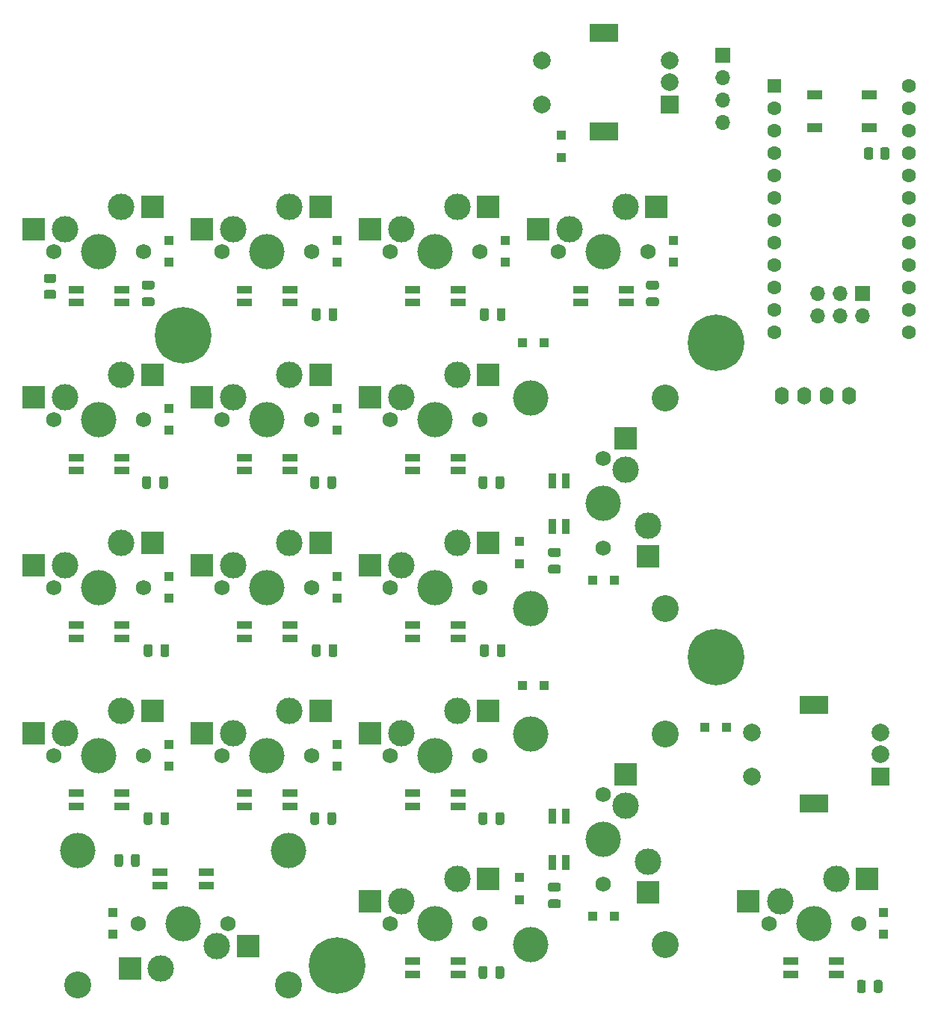
<source format=gbs>
%TF.GenerationSoftware,KiCad,Pcbnew,(5.1.10)-1*%
%TF.CreationDate,2022-01-15T20:36:39-05:00*%
%TF.ProjectId,numpad,6e756d70-6164-42e6-9b69-6361645f7063,rev?*%
%TF.SameCoordinates,Original*%
%TF.FileFunction,Soldermask,Bot*%
%TF.FilePolarity,Negative*%
%FSLAX46Y46*%
G04 Gerber Fmt 4.6, Leading zero omitted, Abs format (unit mm)*
G04 Created by KiCad (PCBNEW (5.1.10)-1) date 2022-01-15 20:36:39*
%MOMM*%
%LPD*%
G01*
G04 APERTURE LIST*
%ADD10R,1.000000X1.000000*%
%ADD11C,4.000000*%
%ADD12C,1.750000*%
%ADD13C,3.000000*%
%ADD14R,2.550000X2.500000*%
%ADD15R,1.800000X0.900000*%
%ADD16R,2.500000X2.550000*%
%ADD17C,3.050000*%
%ADD18R,0.900000X1.800000*%
%ADD19O,1.600000X2.000000*%
%ADD20C,6.400000*%
%ADD21R,1.600000X1.600000*%
%ADD22C,1.600000*%
%ADD23O,1.700000X1.700000*%
%ADD24R,1.700000X1.700000*%
%ADD25C,2.000000*%
%ADD26R,3.200000X2.000000*%
%ADD27R,2.000000X2.000000*%
%ADD28R,1.800000X1.100000*%
G04 APERTURE END LIST*
D10*
%TO.C,RD2*%
X159990000Y-142866000D03*
X157490000Y-142866000D03*
%TD*%
%TO.C,RD1*%
X141278600Y-75738900D03*
X141278600Y-78238900D03*
%TD*%
%TO.C,D18*%
X177788800Y-163839600D03*
X177788800Y-166339600D03*
%TD*%
%TO.C,D17*%
X147290800Y-164295900D03*
X144790800Y-164295900D03*
%TD*%
%TO.C,D16*%
X136516400Y-159871100D03*
X136516400Y-162371100D03*
%TD*%
%TO.C,D15*%
X90481800Y-166339600D03*
X90481800Y-163839600D03*
%TD*%
%TO.C,D14*%
X136853800Y-138103800D03*
X139353800Y-138103800D03*
%TD*%
%TO.C,D13*%
X115880200Y-144790800D03*
X115880200Y-147290800D03*
%TD*%
%TO.C,D12*%
X96831400Y-144790800D03*
X96831400Y-147290800D03*
%TD*%
%TO.C,D11*%
X147290800Y-126198300D03*
X144790800Y-126198300D03*
%TD*%
%TO.C,D10*%
X136516400Y-121773500D03*
X136516400Y-124273500D03*
%TD*%
%TO.C,D9*%
X115880200Y-125742000D03*
X115880200Y-128242000D03*
%TD*%
%TO.C,D8*%
X96831400Y-125742000D03*
X96831400Y-128242000D03*
%TD*%
%TO.C,D7*%
X153977800Y-87644400D03*
X153977800Y-90144400D03*
%TD*%
%TO.C,D6*%
X136853800Y-99212500D03*
X139353800Y-99212500D03*
%TD*%
%TO.C,D5*%
X115880200Y-106693200D03*
X115880200Y-109193200D03*
%TD*%
%TO.C,D4*%
X96831400Y-106693200D03*
X96831400Y-109193200D03*
%TD*%
%TO.C,D3*%
X134929000Y-87644400D03*
X134929000Y-90144400D03*
%TD*%
%TO.C,D2*%
X115880200Y-87644400D03*
X115880200Y-90144400D03*
%TD*%
%TO.C,D1*%
X96831400Y-87644400D03*
X96831400Y-90144400D03*
%TD*%
D11*
%TO.C,MX7*%
X146040800Y-88894400D03*
D12*
X140960800Y-88894400D03*
X151120800Y-88894400D03*
D13*
X142230800Y-86354400D03*
X148580800Y-83814400D03*
D14*
X138630800Y-86354400D03*
X152055800Y-83814400D03*
D15*
X143440800Y-93194400D03*
X143440800Y-94694400D03*
X148640800Y-93194400D03*
X148640800Y-94694400D03*
%TD*%
D11*
%TO.C,MX18*%
X169851800Y-165089600D03*
D12*
X164771800Y-165089600D03*
X174931800Y-165089600D03*
D13*
X166041800Y-162549600D03*
X172391800Y-160009600D03*
D14*
X162441800Y-162549600D03*
X175866800Y-160009600D03*
D15*
X167251800Y-169389600D03*
X167251800Y-170889600D03*
X172451800Y-169389600D03*
X172451800Y-170889600D03*
%TD*%
D11*
%TO.C,MX11*%
X146040800Y-117467600D03*
D12*
X146040800Y-112387600D03*
X146040800Y-122547600D03*
D13*
X148580800Y-113657600D03*
X151120800Y-120007600D03*
D16*
X148580800Y-110057600D03*
X151120800Y-123482600D03*
D17*
X153040800Y-105529600D03*
D11*
X137800800Y-105529600D03*
X137800800Y-129405600D03*
D17*
X153040800Y-129405600D03*
D18*
X141740800Y-114867600D03*
X140240800Y-114867600D03*
X141740800Y-120067600D03*
X140240800Y-120067600D03*
%TD*%
D19*
%TO.C,OLED1*%
X168771800Y-105280200D03*
X166231800Y-105280200D03*
X171311800Y-105280200D03*
X173851800Y-105280200D03*
%TD*%
D11*
%TO.C,MX17*%
X146040800Y-155565200D03*
D12*
X146040800Y-150485200D03*
X146040800Y-160645200D03*
D13*
X148580800Y-151755200D03*
X151120800Y-158105200D03*
D16*
X148580800Y-148155200D03*
X151120800Y-161580200D03*
D17*
X153040800Y-143627200D03*
D11*
X137800800Y-143627200D03*
X137800800Y-167503200D03*
D17*
X153040800Y-167503200D03*
D18*
X141740800Y-152965200D03*
X140240800Y-152965200D03*
X141740800Y-158165200D03*
X140240800Y-158165200D03*
%TD*%
D11*
%TO.C,MX15*%
X98418800Y-165089600D03*
D12*
X103498800Y-165089600D03*
X93338800Y-165089600D03*
D13*
X102228800Y-167629600D03*
X95878800Y-170169600D03*
D14*
X105828800Y-167629600D03*
X92403800Y-170169600D03*
D17*
X110356800Y-172089600D03*
D11*
X110356800Y-156849600D03*
X86480800Y-156849600D03*
D17*
X86480800Y-172089600D03*
D15*
X101018800Y-160789600D03*
X101018800Y-159289600D03*
X95818800Y-160789600D03*
X95818800Y-159289600D03*
%TD*%
D20*
%TO.C,H4*%
X98418800Y-98418800D03*
%TD*%
%TO.C,H3*%
X158750000Y-99212500D03*
%TD*%
%TO.C,H2*%
X158750000Y-134929000D03*
%TD*%
%TO.C,H1*%
X115880200Y-169851800D03*
%TD*%
D21*
%TO.C,U1*%
X165406600Y-70162200D03*
D22*
X165406600Y-72702200D03*
X165406600Y-75242200D03*
X165406600Y-77782200D03*
X165406600Y-80322200D03*
X165406600Y-82862200D03*
X165406600Y-85402200D03*
X165406600Y-87942200D03*
X165406600Y-90482200D03*
X165406600Y-93022200D03*
X165406600Y-95562200D03*
X165406600Y-98102200D03*
X180646600Y-98102200D03*
X180646600Y-95562200D03*
X180646600Y-93022200D03*
X180646600Y-90482200D03*
X180646600Y-87942200D03*
X180646600Y-85402200D03*
X180646600Y-82862200D03*
X180646600Y-80322200D03*
X180646600Y-77782200D03*
X180646600Y-75242200D03*
X180646600Y-72702200D03*
X180646600Y-70162200D03*
%TD*%
D11*
%TO.C,MX16*%
X126992000Y-165089600D03*
D12*
X121912000Y-165089600D03*
X132072000Y-165089600D03*
D13*
X123182000Y-162549600D03*
X129532000Y-160009600D03*
D14*
X119582000Y-162549600D03*
X133007000Y-160009600D03*
D15*
X124392000Y-169389600D03*
X124392000Y-170889600D03*
X129592000Y-169389600D03*
X129592000Y-170889600D03*
%TD*%
D11*
%TO.C,MX10*%
X126992000Y-126992000D03*
D12*
X121912000Y-126992000D03*
X132072000Y-126992000D03*
D13*
X123182000Y-124452000D03*
X129532000Y-121912000D03*
D14*
X119582000Y-124452000D03*
X133007000Y-121912000D03*
D15*
X124392000Y-131292000D03*
X124392000Y-132792000D03*
X129592000Y-131292000D03*
X129592000Y-132792000D03*
%TD*%
D11*
%TO.C,MX9*%
X107943200Y-126992000D03*
D12*
X102863200Y-126992000D03*
X113023200Y-126992000D03*
D13*
X104133200Y-124452000D03*
X110483200Y-121912000D03*
D14*
X100533200Y-124452000D03*
X113958200Y-121912000D03*
D15*
X105343200Y-131292000D03*
X105343200Y-132792000D03*
X110543200Y-131292000D03*
X110543200Y-132792000D03*
%TD*%
D11*
%TO.C,MX8*%
X88894400Y-126992000D03*
D12*
X83814400Y-126992000D03*
X93974400Y-126992000D03*
D13*
X85084400Y-124452000D03*
X91434400Y-121912000D03*
D14*
X81484400Y-124452000D03*
X94909400Y-121912000D03*
D15*
X86294400Y-131292000D03*
X86294400Y-132792000D03*
X91494400Y-131292000D03*
X91494400Y-132792000D03*
%TD*%
D11*
%TO.C,MX3*%
X126992000Y-88894400D03*
D12*
X121912000Y-88894400D03*
X132072000Y-88894400D03*
D13*
X123182000Y-86354400D03*
X129532000Y-83814400D03*
D14*
X119582000Y-86354400D03*
X133007000Y-83814400D03*
D15*
X124392000Y-93194400D03*
X124392000Y-94694400D03*
X129592000Y-93194400D03*
X129592000Y-94694400D03*
%TD*%
D11*
%TO.C,MX2*%
X107943200Y-88894400D03*
D12*
X102863200Y-88894400D03*
X113023200Y-88894400D03*
D13*
X104133200Y-86354400D03*
X110483200Y-83814400D03*
D14*
X100533200Y-86354400D03*
X113958200Y-83814400D03*
D15*
X105343200Y-93194400D03*
X105343200Y-94694400D03*
X110543200Y-93194400D03*
X110543200Y-94694400D03*
%TD*%
D11*
%TO.C,MX1*%
X88894400Y-88894400D03*
D12*
X83814400Y-88894400D03*
X93974400Y-88894400D03*
D13*
X85084400Y-86354400D03*
X91434400Y-83814400D03*
D14*
X81484400Y-86354400D03*
X94909400Y-83814400D03*
D15*
X86294400Y-93194400D03*
X86294400Y-94694400D03*
X91494400Y-93194400D03*
X91494400Y-94694400D03*
%TD*%
%TO.C,LC11*%
G36*
G01*
X140009900Y-124423500D02*
X140959900Y-124423500D01*
G75*
G02*
X141209900Y-124673500I0J-250000D01*
G01*
X141209900Y-125173500D01*
G75*
G02*
X140959900Y-125423500I-250000J0D01*
G01*
X140009900Y-125423500D01*
G75*
G02*
X139759900Y-125173500I0J250000D01*
G01*
X139759900Y-124673500D01*
G75*
G02*
X140009900Y-124423500I250000J0D01*
G01*
G37*
G36*
G01*
X140009900Y-122523500D02*
X140959900Y-122523500D01*
G75*
G02*
X141209900Y-122773500I0J-250000D01*
G01*
X141209900Y-123273500D01*
G75*
G02*
X140959900Y-123523500I-250000J0D01*
G01*
X140009900Y-123523500D01*
G75*
G02*
X139759900Y-123273500I0J250000D01*
G01*
X139759900Y-122773500D01*
G75*
G02*
X140009900Y-122523500I250000J0D01*
G01*
G37*
%TD*%
D11*
%TO.C,MX4*%
X88894400Y-107943200D03*
D12*
X83814400Y-107943200D03*
X93974400Y-107943200D03*
D13*
X85084400Y-105403200D03*
X91434400Y-102863200D03*
D14*
X81484400Y-105403200D03*
X94909400Y-102863200D03*
D15*
X86294400Y-112243200D03*
X86294400Y-113743200D03*
X91494400Y-112243200D03*
X91494400Y-113743200D03*
%TD*%
%TO.C,LC16*%
G36*
G01*
X133791600Y-171120500D02*
X133791600Y-170170500D01*
G75*
G02*
X134041600Y-169920500I250000J0D01*
G01*
X134541600Y-169920500D01*
G75*
G02*
X134791600Y-170170500I0J-250000D01*
G01*
X134791600Y-171120500D01*
G75*
G02*
X134541600Y-171370500I-250000J0D01*
G01*
X134041600Y-171370500D01*
G75*
G02*
X133791600Y-171120500I0J250000D01*
G01*
G37*
G36*
G01*
X131891600Y-171120500D02*
X131891600Y-170170500D01*
G75*
G02*
X132141600Y-169920500I250000J0D01*
G01*
X132641600Y-169920500D01*
G75*
G02*
X132891600Y-170170500I0J-250000D01*
G01*
X132891600Y-171120500D01*
G75*
G02*
X132641600Y-171370500I-250000J0D01*
G01*
X132141600Y-171370500D01*
G75*
G02*
X131891600Y-171120500I0J250000D01*
G01*
G37*
%TD*%
%TO.C,LC18*%
G36*
G01*
X176651400Y-172707900D02*
X176651400Y-171757900D01*
G75*
G02*
X176901400Y-171507900I250000J0D01*
G01*
X177401400Y-171507900D01*
G75*
G02*
X177651400Y-171757900I0J-250000D01*
G01*
X177651400Y-172707900D01*
G75*
G02*
X177401400Y-172957900I-250000J0D01*
G01*
X176901400Y-172957900D01*
G75*
G02*
X176651400Y-172707900I0J250000D01*
G01*
G37*
G36*
G01*
X174751400Y-172707900D02*
X174751400Y-171757900D01*
G75*
G02*
X175001400Y-171507900I250000J0D01*
G01*
X175501400Y-171507900D01*
G75*
G02*
X175751400Y-171757900I0J-250000D01*
G01*
X175751400Y-172707900D01*
G75*
G02*
X175501400Y-172957900I-250000J0D01*
G01*
X175001400Y-172957900D01*
G75*
G02*
X174751400Y-172707900I0J250000D01*
G01*
G37*
%TD*%
%TO.C,LC17*%
G36*
G01*
X140009900Y-162364800D02*
X140959900Y-162364800D01*
G75*
G02*
X141209900Y-162614800I0J-250000D01*
G01*
X141209900Y-163114800D01*
G75*
G02*
X140959900Y-163364800I-250000J0D01*
G01*
X140009900Y-163364800D01*
G75*
G02*
X139759900Y-163114800I0J250000D01*
G01*
X139759900Y-162614800D01*
G75*
G02*
X140009900Y-162364800I250000J0D01*
G01*
G37*
G36*
G01*
X140009900Y-160464800D02*
X140959900Y-160464800D01*
G75*
G02*
X141209900Y-160714800I0J-250000D01*
G01*
X141209900Y-161214800D01*
G75*
G02*
X140959900Y-161464800I-250000J0D01*
G01*
X140009900Y-161464800D01*
G75*
G02*
X139759900Y-161214800I0J250000D01*
G01*
X139759900Y-160714800D01*
G75*
G02*
X140009900Y-160464800I250000J0D01*
G01*
G37*
%TD*%
%TO.C,LC10*%
G36*
G01*
X133947900Y-134610300D02*
X133947900Y-133660300D01*
G75*
G02*
X134197900Y-133410300I250000J0D01*
G01*
X134697900Y-133410300D01*
G75*
G02*
X134947900Y-133660300I0J-250000D01*
G01*
X134947900Y-134610300D01*
G75*
G02*
X134697900Y-134860300I-250000J0D01*
G01*
X134197900Y-134860300D01*
G75*
G02*
X133947900Y-134610300I0J250000D01*
G01*
G37*
G36*
G01*
X132047900Y-134610300D02*
X132047900Y-133660300D01*
G75*
G02*
X132297900Y-133410300I250000J0D01*
G01*
X132797900Y-133410300D01*
G75*
G02*
X133047900Y-133660300I0J-250000D01*
G01*
X133047900Y-134610300D01*
G75*
G02*
X132797900Y-134860300I-250000J0D01*
G01*
X132297900Y-134860300D01*
G75*
G02*
X132047900Y-134610300I0J250000D01*
G01*
G37*
%TD*%
%TO.C,LC9*%
G36*
G01*
X114899100Y-134610300D02*
X114899100Y-133660300D01*
G75*
G02*
X115149100Y-133410300I250000J0D01*
G01*
X115649100Y-133410300D01*
G75*
G02*
X115899100Y-133660300I0J-250000D01*
G01*
X115899100Y-134610300D01*
G75*
G02*
X115649100Y-134860300I-250000J0D01*
G01*
X115149100Y-134860300D01*
G75*
G02*
X114899100Y-134610300I0J250000D01*
G01*
G37*
G36*
G01*
X112999100Y-134610300D02*
X112999100Y-133660300D01*
G75*
G02*
X113249100Y-133410300I250000J0D01*
G01*
X113749100Y-133410300D01*
G75*
G02*
X113999100Y-133660300I0J-250000D01*
G01*
X113999100Y-134610300D01*
G75*
G02*
X113749100Y-134860300I-250000J0D01*
G01*
X113249100Y-134860300D01*
G75*
G02*
X112999100Y-134610300I0J250000D01*
G01*
G37*
%TD*%
%TO.C,LC4*%
G36*
G01*
X95694000Y-115561500D02*
X95694000Y-114611500D01*
G75*
G02*
X95944000Y-114361500I250000J0D01*
G01*
X96444000Y-114361500D01*
G75*
G02*
X96694000Y-114611500I0J-250000D01*
G01*
X96694000Y-115561500D01*
G75*
G02*
X96444000Y-115811500I-250000J0D01*
G01*
X95944000Y-115811500D01*
G75*
G02*
X95694000Y-115561500I0J250000D01*
G01*
G37*
G36*
G01*
X93794000Y-115561500D02*
X93794000Y-114611500D01*
G75*
G02*
X94044000Y-114361500I250000J0D01*
G01*
X94544000Y-114361500D01*
G75*
G02*
X94794000Y-114611500I0J-250000D01*
G01*
X94794000Y-115561500D01*
G75*
G02*
X94544000Y-115811500I-250000J0D01*
G01*
X94044000Y-115811500D01*
G75*
G02*
X93794000Y-115561500I0J250000D01*
G01*
G37*
%TD*%
%TO.C,LC3*%
G36*
G01*
X133947900Y-96512700D02*
X133947900Y-95562700D01*
G75*
G02*
X134197900Y-95312700I250000J0D01*
G01*
X134697900Y-95312700D01*
G75*
G02*
X134947900Y-95562700I0J-250000D01*
G01*
X134947900Y-96512700D01*
G75*
G02*
X134697900Y-96762700I-250000J0D01*
G01*
X134197900Y-96762700D01*
G75*
G02*
X133947900Y-96512700I0J250000D01*
G01*
G37*
G36*
G01*
X132047900Y-96512700D02*
X132047900Y-95562700D01*
G75*
G02*
X132297900Y-95312700I250000J0D01*
G01*
X132797900Y-95312700D01*
G75*
G02*
X133047900Y-95562700I0J-250000D01*
G01*
X133047900Y-96512700D01*
G75*
G02*
X132797900Y-96762700I-250000J0D01*
G01*
X132297900Y-96762700D01*
G75*
G02*
X132047900Y-96512700I0J250000D01*
G01*
G37*
%TD*%
%TO.C,LC2*%
G36*
G01*
X114899100Y-96512700D02*
X114899100Y-95562700D01*
G75*
G02*
X115149100Y-95312700I250000J0D01*
G01*
X115649100Y-95312700D01*
G75*
G02*
X115899100Y-95562700I0J-250000D01*
G01*
X115899100Y-96512700D01*
G75*
G02*
X115649100Y-96762700I-250000J0D01*
G01*
X115149100Y-96762700D01*
G75*
G02*
X114899100Y-96512700I0J250000D01*
G01*
G37*
G36*
G01*
X112999100Y-96512700D02*
X112999100Y-95562700D01*
G75*
G02*
X113249100Y-95312700I250000J0D01*
G01*
X113749100Y-95312700D01*
G75*
G02*
X113999100Y-95562700I0J-250000D01*
G01*
X113999100Y-96512700D01*
G75*
G02*
X113749100Y-96762700I-250000J0D01*
G01*
X113249100Y-96762700D01*
G75*
G02*
X112999100Y-96512700I0J250000D01*
G01*
G37*
%TD*%
D11*
%TO.C,MX14*%
X126992000Y-146040800D03*
D12*
X121912000Y-146040800D03*
X132072000Y-146040800D03*
D13*
X123182000Y-143500800D03*
X129532000Y-140960800D03*
D14*
X119582000Y-143500800D03*
X133007000Y-140960800D03*
D15*
X124392000Y-150340800D03*
X124392000Y-151840800D03*
X129592000Y-150340800D03*
X129592000Y-151840800D03*
%TD*%
D11*
%TO.C,MX13*%
X107943200Y-146040800D03*
D12*
X102863200Y-146040800D03*
X113023200Y-146040800D03*
D13*
X104133200Y-143500800D03*
X110483200Y-140960800D03*
D14*
X100533200Y-143500800D03*
X113958200Y-140960800D03*
D15*
X105343200Y-150340800D03*
X105343200Y-151840800D03*
X110543200Y-150340800D03*
X110543200Y-151840800D03*
%TD*%
D11*
%TO.C,MX12*%
X88894400Y-146040800D03*
D12*
X83814400Y-146040800D03*
X93974400Y-146040800D03*
D13*
X85084400Y-143500800D03*
X91434400Y-140960800D03*
D14*
X81484400Y-143500800D03*
X94909400Y-140960800D03*
D15*
X86294400Y-150340800D03*
X86294400Y-151840800D03*
X91494400Y-150340800D03*
X91494400Y-151840800D03*
%TD*%
D11*
%TO.C,MX6*%
X126992000Y-107943200D03*
D12*
X121912000Y-107943200D03*
X132072000Y-107943200D03*
D13*
X123182000Y-105403200D03*
X129532000Y-102863200D03*
D14*
X119582000Y-105403200D03*
X133007000Y-102863200D03*
D15*
X124392000Y-112243200D03*
X124392000Y-113743200D03*
X129592000Y-112243200D03*
X129592000Y-113743200D03*
%TD*%
D11*
%TO.C,MX5*%
X107943200Y-107943200D03*
D12*
X102863200Y-107943200D03*
X113023200Y-107943200D03*
D13*
X104133200Y-105403200D03*
X110483200Y-102863200D03*
D14*
X100533200Y-105403200D03*
X113958200Y-102863200D03*
D15*
X105343200Y-112243200D03*
X105343200Y-113743200D03*
X110543200Y-112243200D03*
X110543200Y-113743200D03*
%TD*%
D23*
%TO.C,J2*%
X159533700Y-74290800D03*
X159533700Y-71750800D03*
X159533700Y-69210800D03*
D24*
X159533700Y-66670800D03*
%TD*%
D23*
%TO.C,J1*%
X170327700Y-96196600D03*
X170327700Y-93656600D03*
X172867700Y-96196600D03*
X172867700Y-93656600D03*
X175407700Y-96196600D03*
D24*
X175407700Y-93656600D03*
%TD*%
D25*
%TO.C,ROT2*%
X162891950Y-143421900D03*
X162891950Y-148421900D03*
D26*
X169891950Y-140321900D03*
X169891950Y-151521900D03*
D25*
X177391950Y-143421900D03*
X177391950Y-145921900D03*
D27*
X177391950Y-148421900D03*
%TD*%
D25*
%TO.C,ROT1*%
X139080950Y-67226700D03*
X139080950Y-72226700D03*
D26*
X146080950Y-64126700D03*
X146080950Y-75326700D03*
D25*
X153580950Y-67226700D03*
X153580950Y-69726700D03*
D27*
X153580950Y-72226700D03*
%TD*%
%TO.C,R1*%
G36*
G01*
X83788502Y-92462900D02*
X82888498Y-92462900D01*
G75*
G02*
X82638500Y-92212902I0J249998D01*
G01*
X82638500Y-91687898D01*
G75*
G02*
X82888498Y-91437900I249998J0D01*
G01*
X83788502Y-91437900D01*
G75*
G02*
X84038500Y-91687898I0J-249998D01*
G01*
X84038500Y-92212902D01*
G75*
G02*
X83788502Y-92462900I-249998J0D01*
G01*
G37*
G36*
G01*
X83788502Y-94287900D02*
X82888498Y-94287900D01*
G75*
G02*
X82638500Y-94037902I0J249998D01*
G01*
X82638500Y-93512898D01*
G75*
G02*
X82888498Y-93262900I249998J0D01*
G01*
X83788502Y-93262900D01*
G75*
G02*
X84038500Y-93512898I0J-249998D01*
G01*
X84038500Y-94037902D01*
G75*
G02*
X83788502Y-94287900I-249998J0D01*
G01*
G37*
%TD*%
%TO.C,LC15*%
G36*
G01*
X91619200Y-157471300D02*
X91619200Y-158421300D01*
G75*
G02*
X91369200Y-158671300I-250000J0D01*
G01*
X90869200Y-158671300D01*
G75*
G02*
X90619200Y-158421300I0J250000D01*
G01*
X90619200Y-157471300D01*
G75*
G02*
X90869200Y-157221300I250000J0D01*
G01*
X91369200Y-157221300D01*
G75*
G02*
X91619200Y-157471300I0J-250000D01*
G01*
G37*
G36*
G01*
X93519200Y-157471300D02*
X93519200Y-158421300D01*
G75*
G02*
X93269200Y-158671300I-250000J0D01*
G01*
X92769200Y-158671300D01*
G75*
G02*
X92519200Y-158421300I0J250000D01*
G01*
X92519200Y-157471300D01*
G75*
G02*
X92769200Y-157221300I250000J0D01*
G01*
X93269200Y-157221300D01*
G75*
G02*
X93519200Y-157471300I0J-250000D01*
G01*
G37*
%TD*%
%TO.C,LC14*%
G36*
G01*
X133791600Y-153659100D02*
X133791600Y-152709100D01*
G75*
G02*
X134041600Y-152459100I250000J0D01*
G01*
X134541600Y-152459100D01*
G75*
G02*
X134791600Y-152709100I0J-250000D01*
G01*
X134791600Y-153659100D01*
G75*
G02*
X134541600Y-153909100I-250000J0D01*
G01*
X134041600Y-153909100D01*
G75*
G02*
X133791600Y-153659100I0J250000D01*
G01*
G37*
G36*
G01*
X131891600Y-153659100D02*
X131891600Y-152709100D01*
G75*
G02*
X132141600Y-152459100I250000J0D01*
G01*
X132641600Y-152459100D01*
G75*
G02*
X132891600Y-152709100I0J-250000D01*
G01*
X132891600Y-153659100D01*
G75*
G02*
X132641600Y-153909100I-250000J0D01*
G01*
X132141600Y-153909100D01*
G75*
G02*
X131891600Y-153659100I0J250000D01*
G01*
G37*
%TD*%
%TO.C,LC13*%
G36*
G01*
X114742800Y-153659100D02*
X114742800Y-152709100D01*
G75*
G02*
X114992800Y-152459100I250000J0D01*
G01*
X115492800Y-152459100D01*
G75*
G02*
X115742800Y-152709100I0J-250000D01*
G01*
X115742800Y-153659100D01*
G75*
G02*
X115492800Y-153909100I-250000J0D01*
G01*
X114992800Y-153909100D01*
G75*
G02*
X114742800Y-153659100I0J250000D01*
G01*
G37*
G36*
G01*
X112842800Y-153659100D02*
X112842800Y-152709100D01*
G75*
G02*
X113092800Y-152459100I250000J0D01*
G01*
X113592800Y-152459100D01*
G75*
G02*
X113842800Y-152709100I0J-250000D01*
G01*
X113842800Y-153659100D01*
G75*
G02*
X113592800Y-153909100I-250000J0D01*
G01*
X113092800Y-153909100D01*
G75*
G02*
X112842800Y-153659100I0J250000D01*
G01*
G37*
%TD*%
%TO.C,LC12*%
G36*
G01*
X95850300Y-153659100D02*
X95850300Y-152709100D01*
G75*
G02*
X96100300Y-152459100I250000J0D01*
G01*
X96600300Y-152459100D01*
G75*
G02*
X96850300Y-152709100I0J-250000D01*
G01*
X96850300Y-153659100D01*
G75*
G02*
X96600300Y-153909100I-250000J0D01*
G01*
X96100300Y-153909100D01*
G75*
G02*
X95850300Y-153659100I0J250000D01*
G01*
G37*
G36*
G01*
X93950300Y-153659100D02*
X93950300Y-152709100D01*
G75*
G02*
X94200300Y-152459100I250000J0D01*
G01*
X94700300Y-152459100D01*
G75*
G02*
X94950300Y-152709100I0J-250000D01*
G01*
X94950300Y-153659100D01*
G75*
G02*
X94700300Y-153909100I-250000J0D01*
G01*
X94200300Y-153909100D01*
G75*
G02*
X93950300Y-153659100I0J250000D01*
G01*
G37*
%TD*%
%TO.C,LC8*%
G36*
G01*
X95850300Y-134610300D02*
X95850300Y-133660300D01*
G75*
G02*
X96100300Y-133410300I250000J0D01*
G01*
X96600300Y-133410300D01*
G75*
G02*
X96850300Y-133660300I0J-250000D01*
G01*
X96850300Y-134610300D01*
G75*
G02*
X96600300Y-134860300I-250000J0D01*
G01*
X96100300Y-134860300D01*
G75*
G02*
X95850300Y-134610300I0J250000D01*
G01*
G37*
G36*
G01*
X93950300Y-134610300D02*
X93950300Y-133660300D01*
G75*
G02*
X94200300Y-133410300I250000J0D01*
G01*
X94700300Y-133410300D01*
G75*
G02*
X94950300Y-133660300I0J-250000D01*
G01*
X94950300Y-134610300D01*
G75*
G02*
X94700300Y-134860300I-250000J0D01*
G01*
X94200300Y-134860300D01*
G75*
G02*
X93950300Y-134610300I0J250000D01*
G01*
G37*
%TD*%
%TO.C,LC7*%
G36*
G01*
X152071700Y-93206600D02*
X151121700Y-93206600D01*
G75*
G02*
X150871700Y-92956600I0J250000D01*
G01*
X150871700Y-92456600D01*
G75*
G02*
X151121700Y-92206600I250000J0D01*
G01*
X152071700Y-92206600D01*
G75*
G02*
X152321700Y-92456600I0J-250000D01*
G01*
X152321700Y-92956600D01*
G75*
G02*
X152071700Y-93206600I-250000J0D01*
G01*
G37*
G36*
G01*
X152071700Y-95106600D02*
X151121700Y-95106600D01*
G75*
G02*
X150871700Y-94856600I0J250000D01*
G01*
X150871700Y-94356600D01*
G75*
G02*
X151121700Y-94106600I250000J0D01*
G01*
X152071700Y-94106600D01*
G75*
G02*
X152321700Y-94356600I0J-250000D01*
G01*
X152321700Y-94856600D01*
G75*
G02*
X152071700Y-95106600I-250000J0D01*
G01*
G37*
%TD*%
%TO.C,LC6*%
G36*
G01*
X133791600Y-115561500D02*
X133791600Y-114611500D01*
G75*
G02*
X134041600Y-114361500I250000J0D01*
G01*
X134541600Y-114361500D01*
G75*
G02*
X134791600Y-114611500I0J-250000D01*
G01*
X134791600Y-115561500D01*
G75*
G02*
X134541600Y-115811500I-250000J0D01*
G01*
X134041600Y-115811500D01*
G75*
G02*
X133791600Y-115561500I0J250000D01*
G01*
G37*
G36*
G01*
X131891600Y-115561500D02*
X131891600Y-114611500D01*
G75*
G02*
X132141600Y-114361500I250000J0D01*
G01*
X132641600Y-114361500D01*
G75*
G02*
X132891600Y-114611500I0J-250000D01*
G01*
X132891600Y-115561500D01*
G75*
G02*
X132641600Y-115811500I-250000J0D01*
G01*
X132141600Y-115811500D01*
G75*
G02*
X131891600Y-115561500I0J250000D01*
G01*
G37*
%TD*%
%TO.C,LC5*%
G36*
G01*
X114742800Y-115561500D02*
X114742800Y-114611500D01*
G75*
G02*
X114992800Y-114361500I250000J0D01*
G01*
X115492800Y-114361500D01*
G75*
G02*
X115742800Y-114611500I0J-250000D01*
G01*
X115742800Y-115561500D01*
G75*
G02*
X115492800Y-115811500I-250000J0D01*
G01*
X114992800Y-115811500D01*
G75*
G02*
X114742800Y-115561500I0J250000D01*
G01*
G37*
G36*
G01*
X112842800Y-115561500D02*
X112842800Y-114611500D01*
G75*
G02*
X113092800Y-114361500I250000J0D01*
G01*
X113592800Y-114361500D01*
G75*
G02*
X113842800Y-114611500I0J-250000D01*
G01*
X113842800Y-115561500D01*
G75*
G02*
X113592800Y-115811500I-250000J0D01*
G01*
X113092800Y-115811500D01*
G75*
G02*
X112842800Y-115561500I0J250000D01*
G01*
G37*
%TD*%
%TO.C,LC1*%
G36*
G01*
X94925300Y-93206600D02*
X93975300Y-93206600D01*
G75*
G02*
X93725300Y-92956600I0J250000D01*
G01*
X93725300Y-92456600D01*
G75*
G02*
X93975300Y-92206600I250000J0D01*
G01*
X94925300Y-92206600D01*
G75*
G02*
X95175300Y-92456600I0J-250000D01*
G01*
X95175300Y-92956600D01*
G75*
G02*
X94925300Y-93206600I-250000J0D01*
G01*
G37*
G36*
G01*
X94925300Y-95106600D02*
X93975300Y-95106600D01*
G75*
G02*
X93725300Y-94856600I0J250000D01*
G01*
X93725300Y-94356600D01*
G75*
G02*
X93975300Y-94106600I250000J0D01*
G01*
X94925300Y-94106600D01*
G75*
G02*
X95175300Y-94356600I0J-250000D01*
G01*
X95175300Y-94856600D01*
G75*
G02*
X94925300Y-95106600I-250000J0D01*
G01*
G37*
%TD*%
D28*
%TO.C,SW1*%
X176126600Y-74870400D03*
X169926600Y-71170400D03*
X176126600Y-71170400D03*
X169926600Y-74870400D03*
%TD*%
%TO.C,R2*%
G36*
G01*
X176595100Y-77332598D02*
X176595100Y-78232602D01*
G75*
G02*
X176345102Y-78482600I-249998J0D01*
G01*
X175820098Y-78482600D01*
G75*
G02*
X175570100Y-78232602I0J249998D01*
G01*
X175570100Y-77332598D01*
G75*
G02*
X175820098Y-77082600I249998J0D01*
G01*
X176345102Y-77082600D01*
G75*
G02*
X176595100Y-77332598I0J-249998D01*
G01*
G37*
G36*
G01*
X178420100Y-77332598D02*
X178420100Y-78232602D01*
G75*
G02*
X178170102Y-78482600I-249998J0D01*
G01*
X177645098Y-78482600D01*
G75*
G02*
X177395100Y-78232602I0J249998D01*
G01*
X177395100Y-77332598D01*
G75*
G02*
X177645098Y-77082600I249998J0D01*
G01*
X178170102Y-77082600D01*
G75*
G02*
X178420100Y-77332598I0J-249998D01*
G01*
G37*
%TD*%
M02*

</source>
